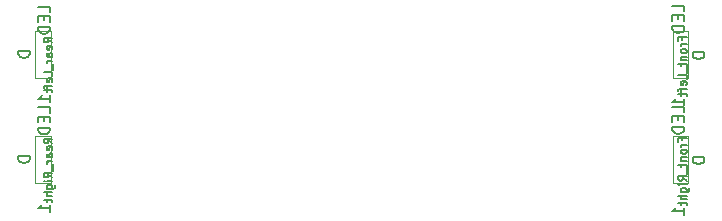
<source format=gbr>
%TF.GenerationSoftware,KiCad,Pcbnew,7.0.1*%
%TF.CreationDate,2023-05-18T02:12:42+09:00*%
%TF.ProjectId,dcc-adapter-board-kato-1.310-21mtc,6463632d-6164-4617-9074-65722d626f61,rev?*%
%TF.SameCoordinates,Original*%
%TF.FileFunction,AssemblyDrawing,Bot*%
%FSLAX46Y46*%
G04 Gerber Fmt 4.6, Leading zero omitted, Abs format (unit mm)*
G04 Created by KiCad (PCBNEW 7.0.1) date 2023-05-18 02:12:42*
%MOMM*%
%LPD*%
G01*
G04 APERTURE LIST*
%ADD10C,0.150000*%
%ADD11C,0.100000*%
G04 APERTURE END LIST*
D10*
%TO.C,LED_{Rear_Left}1*%
X65162619Y-28638095D02*
X64162619Y-28638095D01*
X64162619Y-28638095D02*
X64162619Y-28876190D01*
X64162619Y-28876190D02*
X64210238Y-29019047D01*
X64210238Y-29019047D02*
X64305476Y-29114285D01*
X64305476Y-29114285D02*
X64400714Y-29161904D01*
X64400714Y-29161904D02*
X64591190Y-29209523D01*
X64591190Y-29209523D02*
X64734047Y-29209523D01*
X64734047Y-29209523D02*
X64924523Y-29161904D01*
X64924523Y-29161904D02*
X65019761Y-29114285D01*
X65019761Y-29114285D02*
X65115000Y-29019047D01*
X65115000Y-29019047D02*
X65162619Y-28876190D01*
X65162619Y-28876190D02*
X65162619Y-28638095D01*
X66862619Y-25347619D02*
X66862619Y-24871429D01*
X66862619Y-24871429D02*
X65862619Y-24871429D01*
X66338809Y-25680953D02*
X66338809Y-26014286D01*
X66862619Y-26157143D02*
X66862619Y-25680953D01*
X66862619Y-25680953D02*
X65862619Y-25680953D01*
X65862619Y-25680953D02*
X65862619Y-26157143D01*
X66862619Y-26585715D02*
X65862619Y-26585715D01*
X65862619Y-26585715D02*
X65862619Y-26823810D01*
X65862619Y-26823810D02*
X65910238Y-26966667D01*
X65910238Y-26966667D02*
X66005476Y-27061905D01*
X66005476Y-27061905D02*
X66100714Y-27109524D01*
X66100714Y-27109524D02*
X66291190Y-27157143D01*
X66291190Y-27157143D02*
X66434047Y-27157143D01*
X66434047Y-27157143D02*
X66624523Y-27109524D01*
X66624523Y-27109524D02*
X66719761Y-27061905D01*
X66719761Y-27061905D02*
X66815000Y-26966667D01*
X66815000Y-26966667D02*
X66862619Y-26823810D01*
X66862619Y-26823810D02*
X66862619Y-26585715D01*
X67058333Y-27914286D02*
X66725000Y-27680953D01*
X67058333Y-27514286D02*
X66358333Y-27514286D01*
X66358333Y-27514286D02*
X66358333Y-27780953D01*
X66358333Y-27780953D02*
X66391666Y-27847620D01*
X66391666Y-27847620D02*
X66425000Y-27880953D01*
X66425000Y-27880953D02*
X66491666Y-27914286D01*
X66491666Y-27914286D02*
X66591666Y-27914286D01*
X66591666Y-27914286D02*
X66658333Y-27880953D01*
X66658333Y-27880953D02*
X66691666Y-27847620D01*
X66691666Y-27847620D02*
X66725000Y-27780953D01*
X66725000Y-27780953D02*
X66725000Y-27514286D01*
X67025000Y-28480953D02*
X67058333Y-28414286D01*
X67058333Y-28414286D02*
X67058333Y-28280953D01*
X67058333Y-28280953D02*
X67025000Y-28214286D01*
X67025000Y-28214286D02*
X66958333Y-28180953D01*
X66958333Y-28180953D02*
X66691666Y-28180953D01*
X66691666Y-28180953D02*
X66625000Y-28214286D01*
X66625000Y-28214286D02*
X66591666Y-28280953D01*
X66591666Y-28280953D02*
X66591666Y-28414286D01*
X66591666Y-28414286D02*
X66625000Y-28480953D01*
X66625000Y-28480953D02*
X66691666Y-28514286D01*
X66691666Y-28514286D02*
X66758333Y-28514286D01*
X66758333Y-28514286D02*
X66825000Y-28180953D01*
X67058333Y-29114286D02*
X66691666Y-29114286D01*
X66691666Y-29114286D02*
X66625000Y-29080953D01*
X66625000Y-29080953D02*
X66591666Y-29014286D01*
X66591666Y-29014286D02*
X66591666Y-28880953D01*
X66591666Y-28880953D02*
X66625000Y-28814286D01*
X67025000Y-29114286D02*
X67058333Y-29047620D01*
X67058333Y-29047620D02*
X67058333Y-28880953D01*
X67058333Y-28880953D02*
X67025000Y-28814286D01*
X67025000Y-28814286D02*
X66958333Y-28780953D01*
X66958333Y-28780953D02*
X66891666Y-28780953D01*
X66891666Y-28780953D02*
X66825000Y-28814286D01*
X66825000Y-28814286D02*
X66791666Y-28880953D01*
X66791666Y-28880953D02*
X66791666Y-29047620D01*
X66791666Y-29047620D02*
X66758333Y-29114286D01*
X67058333Y-29447619D02*
X66591666Y-29447619D01*
X66725000Y-29447619D02*
X66658333Y-29480953D01*
X66658333Y-29480953D02*
X66625000Y-29514286D01*
X66625000Y-29514286D02*
X66591666Y-29580953D01*
X66591666Y-29580953D02*
X66591666Y-29647619D01*
X67125000Y-29714286D02*
X67125000Y-30247619D01*
X67058333Y-30747619D02*
X67058333Y-30414285D01*
X67058333Y-30414285D02*
X66358333Y-30414285D01*
X67025000Y-31247619D02*
X67058333Y-31180952D01*
X67058333Y-31180952D02*
X67058333Y-31047619D01*
X67058333Y-31047619D02*
X67025000Y-30980952D01*
X67025000Y-30980952D02*
X66958333Y-30947619D01*
X66958333Y-30947619D02*
X66691666Y-30947619D01*
X66691666Y-30947619D02*
X66625000Y-30980952D01*
X66625000Y-30980952D02*
X66591666Y-31047619D01*
X66591666Y-31047619D02*
X66591666Y-31180952D01*
X66591666Y-31180952D02*
X66625000Y-31247619D01*
X66625000Y-31247619D02*
X66691666Y-31280952D01*
X66691666Y-31280952D02*
X66758333Y-31280952D01*
X66758333Y-31280952D02*
X66825000Y-30947619D01*
X66591666Y-31480952D02*
X66591666Y-31747619D01*
X67058333Y-31580952D02*
X66458333Y-31580952D01*
X66458333Y-31580952D02*
X66391666Y-31614286D01*
X66391666Y-31614286D02*
X66358333Y-31680952D01*
X66358333Y-31680952D02*
X66358333Y-31747619D01*
X66591666Y-31880952D02*
X66591666Y-32147619D01*
X66358333Y-31980952D02*
X66958333Y-31980952D01*
X66958333Y-31980952D02*
X67025000Y-32014286D01*
X67025000Y-32014286D02*
X67058333Y-32080952D01*
X67058333Y-32080952D02*
X67058333Y-32147619D01*
X66862619Y-32976190D02*
X66862619Y-32404762D01*
X66862619Y-32690476D02*
X65862619Y-32690476D01*
X65862619Y-32690476D02*
X66005476Y-32595238D01*
X66005476Y-32595238D02*
X66100714Y-32500000D01*
X66100714Y-32500000D02*
X66148333Y-32404762D01*
%TO.C,LED_{Front_Left}1*%
X122262619Y-28738095D02*
X121262619Y-28738095D01*
X121262619Y-28738095D02*
X121262619Y-28976190D01*
X121262619Y-28976190D02*
X121310238Y-29119047D01*
X121310238Y-29119047D02*
X121405476Y-29214285D01*
X121405476Y-29214285D02*
X121500714Y-29261904D01*
X121500714Y-29261904D02*
X121691190Y-29309523D01*
X121691190Y-29309523D02*
X121834047Y-29309523D01*
X121834047Y-29309523D02*
X122024523Y-29261904D01*
X122024523Y-29261904D02*
X122119761Y-29214285D01*
X122119761Y-29214285D02*
X122215000Y-29119047D01*
X122215000Y-29119047D02*
X122262619Y-28976190D01*
X122262619Y-28976190D02*
X122262619Y-28738095D01*
X120562619Y-25280952D02*
X120562619Y-24804762D01*
X120562619Y-24804762D02*
X119562619Y-24804762D01*
X120038809Y-25614286D02*
X120038809Y-25947619D01*
X120562619Y-26090476D02*
X120562619Y-25614286D01*
X120562619Y-25614286D02*
X119562619Y-25614286D01*
X119562619Y-25614286D02*
X119562619Y-26090476D01*
X120562619Y-26519048D02*
X119562619Y-26519048D01*
X119562619Y-26519048D02*
X119562619Y-26757143D01*
X119562619Y-26757143D02*
X119610238Y-26900000D01*
X119610238Y-26900000D02*
X119705476Y-26995238D01*
X119705476Y-26995238D02*
X119800714Y-27042857D01*
X119800714Y-27042857D02*
X119991190Y-27090476D01*
X119991190Y-27090476D02*
X120134047Y-27090476D01*
X120134047Y-27090476D02*
X120324523Y-27042857D01*
X120324523Y-27042857D02*
X120419761Y-26995238D01*
X120419761Y-26995238D02*
X120515000Y-26900000D01*
X120515000Y-26900000D02*
X120562619Y-26757143D01*
X120562619Y-26757143D02*
X120562619Y-26519048D01*
X120391666Y-27680953D02*
X120391666Y-27447619D01*
X120758333Y-27447619D02*
X120058333Y-27447619D01*
X120058333Y-27447619D02*
X120058333Y-27780953D01*
X120758333Y-28047619D02*
X120291666Y-28047619D01*
X120425000Y-28047619D02*
X120358333Y-28080953D01*
X120358333Y-28080953D02*
X120325000Y-28114286D01*
X120325000Y-28114286D02*
X120291666Y-28180953D01*
X120291666Y-28180953D02*
X120291666Y-28247619D01*
X120758333Y-28580952D02*
X120725000Y-28514286D01*
X120725000Y-28514286D02*
X120691666Y-28480952D01*
X120691666Y-28480952D02*
X120625000Y-28447619D01*
X120625000Y-28447619D02*
X120425000Y-28447619D01*
X120425000Y-28447619D02*
X120358333Y-28480952D01*
X120358333Y-28480952D02*
X120325000Y-28514286D01*
X120325000Y-28514286D02*
X120291666Y-28580952D01*
X120291666Y-28580952D02*
X120291666Y-28680952D01*
X120291666Y-28680952D02*
X120325000Y-28747619D01*
X120325000Y-28747619D02*
X120358333Y-28780952D01*
X120358333Y-28780952D02*
X120425000Y-28814286D01*
X120425000Y-28814286D02*
X120625000Y-28814286D01*
X120625000Y-28814286D02*
X120691666Y-28780952D01*
X120691666Y-28780952D02*
X120725000Y-28747619D01*
X120725000Y-28747619D02*
X120758333Y-28680952D01*
X120758333Y-28680952D02*
X120758333Y-28580952D01*
X120291666Y-29114285D02*
X120758333Y-29114285D01*
X120358333Y-29114285D02*
X120325000Y-29147619D01*
X120325000Y-29147619D02*
X120291666Y-29214285D01*
X120291666Y-29214285D02*
X120291666Y-29314285D01*
X120291666Y-29314285D02*
X120325000Y-29380952D01*
X120325000Y-29380952D02*
X120391666Y-29414285D01*
X120391666Y-29414285D02*
X120758333Y-29414285D01*
X120291666Y-29647618D02*
X120291666Y-29914285D01*
X120058333Y-29747618D02*
X120658333Y-29747618D01*
X120658333Y-29747618D02*
X120725000Y-29780952D01*
X120725000Y-29780952D02*
X120758333Y-29847618D01*
X120758333Y-29847618D02*
X120758333Y-29914285D01*
X120825000Y-29980952D02*
X120825000Y-30514285D01*
X120758333Y-31014285D02*
X120758333Y-30680951D01*
X120758333Y-30680951D02*
X120058333Y-30680951D01*
X120725000Y-31514285D02*
X120758333Y-31447618D01*
X120758333Y-31447618D02*
X120758333Y-31314285D01*
X120758333Y-31314285D02*
X120725000Y-31247618D01*
X120725000Y-31247618D02*
X120658333Y-31214285D01*
X120658333Y-31214285D02*
X120391666Y-31214285D01*
X120391666Y-31214285D02*
X120325000Y-31247618D01*
X120325000Y-31247618D02*
X120291666Y-31314285D01*
X120291666Y-31314285D02*
X120291666Y-31447618D01*
X120291666Y-31447618D02*
X120325000Y-31514285D01*
X120325000Y-31514285D02*
X120391666Y-31547618D01*
X120391666Y-31547618D02*
X120458333Y-31547618D01*
X120458333Y-31547618D02*
X120525000Y-31214285D01*
X120291666Y-31747618D02*
X120291666Y-32014285D01*
X120758333Y-31847618D02*
X120158333Y-31847618D01*
X120158333Y-31847618D02*
X120091666Y-31880952D01*
X120091666Y-31880952D02*
X120058333Y-31947618D01*
X120058333Y-31947618D02*
X120058333Y-32014285D01*
X120291666Y-32147618D02*
X120291666Y-32414285D01*
X120058333Y-32247618D02*
X120658333Y-32247618D01*
X120658333Y-32247618D02*
X120725000Y-32280952D01*
X120725000Y-32280952D02*
X120758333Y-32347618D01*
X120758333Y-32347618D02*
X120758333Y-32414285D01*
X120562619Y-33242856D02*
X120562619Y-32671428D01*
X120562619Y-32957142D02*
X119562619Y-32957142D01*
X119562619Y-32957142D02*
X119705476Y-32861904D01*
X119705476Y-32861904D02*
X119800714Y-32766666D01*
X119800714Y-32766666D02*
X119848333Y-32671428D01*
%TO.C,LED_{Front_Right}1*%
X122262619Y-37638095D02*
X121262619Y-37638095D01*
X121262619Y-37638095D02*
X121262619Y-37876190D01*
X121262619Y-37876190D02*
X121310238Y-38019047D01*
X121310238Y-38019047D02*
X121405476Y-38114285D01*
X121405476Y-38114285D02*
X121500714Y-38161904D01*
X121500714Y-38161904D02*
X121691190Y-38209523D01*
X121691190Y-38209523D02*
X121834047Y-38209523D01*
X121834047Y-38209523D02*
X122024523Y-38161904D01*
X122024523Y-38161904D02*
X122119761Y-38114285D01*
X122119761Y-38114285D02*
X122215000Y-38019047D01*
X122215000Y-38019047D02*
X122262619Y-37876190D01*
X122262619Y-37876190D02*
X122262619Y-37638095D01*
X120562619Y-33814286D02*
X120562619Y-33338096D01*
X120562619Y-33338096D02*
X119562619Y-33338096D01*
X120038809Y-34147620D02*
X120038809Y-34480953D01*
X120562619Y-34623810D02*
X120562619Y-34147620D01*
X120562619Y-34147620D02*
X119562619Y-34147620D01*
X119562619Y-34147620D02*
X119562619Y-34623810D01*
X120562619Y-35052382D02*
X119562619Y-35052382D01*
X119562619Y-35052382D02*
X119562619Y-35290477D01*
X119562619Y-35290477D02*
X119610238Y-35433334D01*
X119610238Y-35433334D02*
X119705476Y-35528572D01*
X119705476Y-35528572D02*
X119800714Y-35576191D01*
X119800714Y-35576191D02*
X119991190Y-35623810D01*
X119991190Y-35623810D02*
X120134047Y-35623810D01*
X120134047Y-35623810D02*
X120324523Y-35576191D01*
X120324523Y-35576191D02*
X120419761Y-35528572D01*
X120419761Y-35528572D02*
X120515000Y-35433334D01*
X120515000Y-35433334D02*
X120562619Y-35290477D01*
X120562619Y-35290477D02*
X120562619Y-35052382D01*
X120391666Y-36214287D02*
X120391666Y-35980953D01*
X120758333Y-35980953D02*
X120058333Y-35980953D01*
X120058333Y-35980953D02*
X120058333Y-36314287D01*
X120758333Y-36580953D02*
X120291666Y-36580953D01*
X120425000Y-36580953D02*
X120358333Y-36614287D01*
X120358333Y-36614287D02*
X120325000Y-36647620D01*
X120325000Y-36647620D02*
X120291666Y-36714287D01*
X120291666Y-36714287D02*
X120291666Y-36780953D01*
X120758333Y-37114286D02*
X120725000Y-37047620D01*
X120725000Y-37047620D02*
X120691666Y-37014286D01*
X120691666Y-37014286D02*
X120625000Y-36980953D01*
X120625000Y-36980953D02*
X120425000Y-36980953D01*
X120425000Y-36980953D02*
X120358333Y-37014286D01*
X120358333Y-37014286D02*
X120325000Y-37047620D01*
X120325000Y-37047620D02*
X120291666Y-37114286D01*
X120291666Y-37114286D02*
X120291666Y-37214286D01*
X120291666Y-37214286D02*
X120325000Y-37280953D01*
X120325000Y-37280953D02*
X120358333Y-37314286D01*
X120358333Y-37314286D02*
X120425000Y-37347620D01*
X120425000Y-37347620D02*
X120625000Y-37347620D01*
X120625000Y-37347620D02*
X120691666Y-37314286D01*
X120691666Y-37314286D02*
X120725000Y-37280953D01*
X120725000Y-37280953D02*
X120758333Y-37214286D01*
X120758333Y-37214286D02*
X120758333Y-37114286D01*
X120291666Y-37647619D02*
X120758333Y-37647619D01*
X120358333Y-37647619D02*
X120325000Y-37680953D01*
X120325000Y-37680953D02*
X120291666Y-37747619D01*
X120291666Y-37747619D02*
X120291666Y-37847619D01*
X120291666Y-37847619D02*
X120325000Y-37914286D01*
X120325000Y-37914286D02*
X120391666Y-37947619D01*
X120391666Y-37947619D02*
X120758333Y-37947619D01*
X120291666Y-38180952D02*
X120291666Y-38447619D01*
X120058333Y-38280952D02*
X120658333Y-38280952D01*
X120658333Y-38280952D02*
X120725000Y-38314286D01*
X120725000Y-38314286D02*
X120758333Y-38380952D01*
X120758333Y-38380952D02*
X120758333Y-38447619D01*
X120825000Y-38514286D02*
X120825000Y-39047619D01*
X120758333Y-39614285D02*
X120425000Y-39380952D01*
X120758333Y-39214285D02*
X120058333Y-39214285D01*
X120058333Y-39214285D02*
X120058333Y-39480952D01*
X120058333Y-39480952D02*
X120091666Y-39547619D01*
X120091666Y-39547619D02*
X120125000Y-39580952D01*
X120125000Y-39580952D02*
X120191666Y-39614285D01*
X120191666Y-39614285D02*
X120291666Y-39614285D01*
X120291666Y-39614285D02*
X120358333Y-39580952D01*
X120358333Y-39580952D02*
X120391666Y-39547619D01*
X120391666Y-39547619D02*
X120425000Y-39480952D01*
X120425000Y-39480952D02*
X120425000Y-39214285D01*
X120758333Y-39914285D02*
X120291666Y-39914285D01*
X120058333Y-39914285D02*
X120091666Y-39880952D01*
X120091666Y-39880952D02*
X120125000Y-39914285D01*
X120125000Y-39914285D02*
X120091666Y-39947619D01*
X120091666Y-39947619D02*
X120058333Y-39914285D01*
X120058333Y-39914285D02*
X120125000Y-39914285D01*
X120291666Y-40547618D02*
X120858333Y-40547618D01*
X120858333Y-40547618D02*
X120925000Y-40514285D01*
X120925000Y-40514285D02*
X120958333Y-40480952D01*
X120958333Y-40480952D02*
X120991666Y-40414285D01*
X120991666Y-40414285D02*
X120991666Y-40314285D01*
X120991666Y-40314285D02*
X120958333Y-40247618D01*
X120725000Y-40547618D02*
X120758333Y-40480952D01*
X120758333Y-40480952D02*
X120758333Y-40347618D01*
X120758333Y-40347618D02*
X120725000Y-40280952D01*
X120725000Y-40280952D02*
X120691666Y-40247618D01*
X120691666Y-40247618D02*
X120625000Y-40214285D01*
X120625000Y-40214285D02*
X120425000Y-40214285D01*
X120425000Y-40214285D02*
X120358333Y-40247618D01*
X120358333Y-40247618D02*
X120325000Y-40280952D01*
X120325000Y-40280952D02*
X120291666Y-40347618D01*
X120291666Y-40347618D02*
X120291666Y-40480952D01*
X120291666Y-40480952D02*
X120325000Y-40547618D01*
X120758333Y-40880951D02*
X120058333Y-40880951D01*
X120758333Y-41180951D02*
X120391666Y-41180951D01*
X120391666Y-41180951D02*
X120325000Y-41147618D01*
X120325000Y-41147618D02*
X120291666Y-41080951D01*
X120291666Y-41080951D02*
X120291666Y-40980951D01*
X120291666Y-40980951D02*
X120325000Y-40914285D01*
X120325000Y-40914285D02*
X120358333Y-40880951D01*
X120291666Y-41414284D02*
X120291666Y-41680951D01*
X120058333Y-41514284D02*
X120658333Y-41514284D01*
X120658333Y-41514284D02*
X120725000Y-41547618D01*
X120725000Y-41547618D02*
X120758333Y-41614284D01*
X120758333Y-41614284D02*
X120758333Y-41680951D01*
X120562619Y-42509522D02*
X120562619Y-41938094D01*
X120562619Y-42223808D02*
X119562619Y-42223808D01*
X119562619Y-42223808D02*
X119705476Y-42128570D01*
X119705476Y-42128570D02*
X119800714Y-42033332D01*
X119800714Y-42033332D02*
X119848333Y-41938094D01*
%TO.C,LED_{Rear_Right}1*%
X65162619Y-37538095D02*
X64162619Y-37538095D01*
X64162619Y-37538095D02*
X64162619Y-37776190D01*
X64162619Y-37776190D02*
X64210238Y-37919047D01*
X64210238Y-37919047D02*
X64305476Y-38014285D01*
X64305476Y-38014285D02*
X64400714Y-38061904D01*
X64400714Y-38061904D02*
X64591190Y-38109523D01*
X64591190Y-38109523D02*
X64734047Y-38109523D01*
X64734047Y-38109523D02*
X64924523Y-38061904D01*
X64924523Y-38061904D02*
X65019761Y-38014285D01*
X65019761Y-38014285D02*
X65115000Y-37919047D01*
X65115000Y-37919047D02*
X65162619Y-37776190D01*
X65162619Y-37776190D02*
X65162619Y-37538095D01*
X66862619Y-33880953D02*
X66862619Y-33404763D01*
X66862619Y-33404763D02*
X65862619Y-33404763D01*
X66338809Y-34214287D02*
X66338809Y-34547620D01*
X66862619Y-34690477D02*
X66862619Y-34214287D01*
X66862619Y-34214287D02*
X65862619Y-34214287D01*
X65862619Y-34214287D02*
X65862619Y-34690477D01*
X66862619Y-35119049D02*
X65862619Y-35119049D01*
X65862619Y-35119049D02*
X65862619Y-35357144D01*
X65862619Y-35357144D02*
X65910238Y-35500001D01*
X65910238Y-35500001D02*
X66005476Y-35595239D01*
X66005476Y-35595239D02*
X66100714Y-35642858D01*
X66100714Y-35642858D02*
X66291190Y-35690477D01*
X66291190Y-35690477D02*
X66434047Y-35690477D01*
X66434047Y-35690477D02*
X66624523Y-35642858D01*
X66624523Y-35642858D02*
X66719761Y-35595239D01*
X66719761Y-35595239D02*
X66815000Y-35500001D01*
X66815000Y-35500001D02*
X66862619Y-35357144D01*
X66862619Y-35357144D02*
X66862619Y-35119049D01*
X67058333Y-36447620D02*
X66725000Y-36214287D01*
X67058333Y-36047620D02*
X66358333Y-36047620D01*
X66358333Y-36047620D02*
X66358333Y-36314287D01*
X66358333Y-36314287D02*
X66391666Y-36380954D01*
X66391666Y-36380954D02*
X66425000Y-36414287D01*
X66425000Y-36414287D02*
X66491666Y-36447620D01*
X66491666Y-36447620D02*
X66591666Y-36447620D01*
X66591666Y-36447620D02*
X66658333Y-36414287D01*
X66658333Y-36414287D02*
X66691666Y-36380954D01*
X66691666Y-36380954D02*
X66725000Y-36314287D01*
X66725000Y-36314287D02*
X66725000Y-36047620D01*
X67025000Y-37014287D02*
X67058333Y-36947620D01*
X67058333Y-36947620D02*
X67058333Y-36814287D01*
X67058333Y-36814287D02*
X67025000Y-36747620D01*
X67025000Y-36747620D02*
X66958333Y-36714287D01*
X66958333Y-36714287D02*
X66691666Y-36714287D01*
X66691666Y-36714287D02*
X66625000Y-36747620D01*
X66625000Y-36747620D02*
X66591666Y-36814287D01*
X66591666Y-36814287D02*
X66591666Y-36947620D01*
X66591666Y-36947620D02*
X66625000Y-37014287D01*
X66625000Y-37014287D02*
X66691666Y-37047620D01*
X66691666Y-37047620D02*
X66758333Y-37047620D01*
X66758333Y-37047620D02*
X66825000Y-36714287D01*
X67058333Y-37647620D02*
X66691666Y-37647620D01*
X66691666Y-37647620D02*
X66625000Y-37614287D01*
X66625000Y-37614287D02*
X66591666Y-37547620D01*
X66591666Y-37547620D02*
X66591666Y-37414287D01*
X66591666Y-37414287D02*
X66625000Y-37347620D01*
X67025000Y-37647620D02*
X67058333Y-37580954D01*
X67058333Y-37580954D02*
X67058333Y-37414287D01*
X67058333Y-37414287D02*
X67025000Y-37347620D01*
X67025000Y-37347620D02*
X66958333Y-37314287D01*
X66958333Y-37314287D02*
X66891666Y-37314287D01*
X66891666Y-37314287D02*
X66825000Y-37347620D01*
X66825000Y-37347620D02*
X66791666Y-37414287D01*
X66791666Y-37414287D02*
X66791666Y-37580954D01*
X66791666Y-37580954D02*
X66758333Y-37647620D01*
X67058333Y-37980953D02*
X66591666Y-37980953D01*
X66725000Y-37980953D02*
X66658333Y-38014287D01*
X66658333Y-38014287D02*
X66625000Y-38047620D01*
X66625000Y-38047620D02*
X66591666Y-38114287D01*
X66591666Y-38114287D02*
X66591666Y-38180953D01*
X67125000Y-38247620D02*
X67125000Y-38780953D01*
X67058333Y-39347619D02*
X66725000Y-39114286D01*
X67058333Y-38947619D02*
X66358333Y-38947619D01*
X66358333Y-38947619D02*
X66358333Y-39214286D01*
X66358333Y-39214286D02*
X66391666Y-39280953D01*
X66391666Y-39280953D02*
X66425000Y-39314286D01*
X66425000Y-39314286D02*
X66491666Y-39347619D01*
X66491666Y-39347619D02*
X66591666Y-39347619D01*
X66591666Y-39347619D02*
X66658333Y-39314286D01*
X66658333Y-39314286D02*
X66691666Y-39280953D01*
X66691666Y-39280953D02*
X66725000Y-39214286D01*
X66725000Y-39214286D02*
X66725000Y-38947619D01*
X67058333Y-39647619D02*
X66591666Y-39647619D01*
X66358333Y-39647619D02*
X66391666Y-39614286D01*
X66391666Y-39614286D02*
X66425000Y-39647619D01*
X66425000Y-39647619D02*
X66391666Y-39680953D01*
X66391666Y-39680953D02*
X66358333Y-39647619D01*
X66358333Y-39647619D02*
X66425000Y-39647619D01*
X66591666Y-40280952D02*
X67158333Y-40280952D01*
X67158333Y-40280952D02*
X67225000Y-40247619D01*
X67225000Y-40247619D02*
X67258333Y-40214286D01*
X67258333Y-40214286D02*
X67291666Y-40147619D01*
X67291666Y-40147619D02*
X67291666Y-40047619D01*
X67291666Y-40047619D02*
X67258333Y-39980952D01*
X67025000Y-40280952D02*
X67058333Y-40214286D01*
X67058333Y-40214286D02*
X67058333Y-40080952D01*
X67058333Y-40080952D02*
X67025000Y-40014286D01*
X67025000Y-40014286D02*
X66991666Y-39980952D01*
X66991666Y-39980952D02*
X66925000Y-39947619D01*
X66925000Y-39947619D02*
X66725000Y-39947619D01*
X66725000Y-39947619D02*
X66658333Y-39980952D01*
X66658333Y-39980952D02*
X66625000Y-40014286D01*
X66625000Y-40014286D02*
X66591666Y-40080952D01*
X66591666Y-40080952D02*
X66591666Y-40214286D01*
X66591666Y-40214286D02*
X66625000Y-40280952D01*
X67058333Y-40614285D02*
X66358333Y-40614285D01*
X67058333Y-40914285D02*
X66691666Y-40914285D01*
X66691666Y-40914285D02*
X66625000Y-40880952D01*
X66625000Y-40880952D02*
X66591666Y-40814285D01*
X66591666Y-40814285D02*
X66591666Y-40714285D01*
X66591666Y-40714285D02*
X66625000Y-40647619D01*
X66625000Y-40647619D02*
X66658333Y-40614285D01*
X66591666Y-41147618D02*
X66591666Y-41414285D01*
X66358333Y-41247618D02*
X66958333Y-41247618D01*
X66958333Y-41247618D02*
X67025000Y-41280952D01*
X67025000Y-41280952D02*
X67058333Y-41347618D01*
X67058333Y-41347618D02*
X67058333Y-41414285D01*
X66862619Y-42242856D02*
X66862619Y-41671428D01*
X66862619Y-41957142D02*
X65862619Y-41957142D01*
X65862619Y-41957142D02*
X66005476Y-41861904D01*
X66005476Y-41861904D02*
X66100714Y-41766666D01*
X66100714Y-41766666D02*
X66148333Y-41671428D01*
D11*
%TO.C,LED_{Rear_Left}1*%
X65580000Y-30950000D02*
X65580000Y-26950000D01*
X66930000Y-30950000D02*
X65580000Y-30950000D01*
X65580000Y-26950000D02*
X66930000Y-26950000D01*
X66930000Y-26950000D02*
X66930000Y-30950000D01*
%TO.C,LED_{Front_Left}1*%
X120920000Y-26950000D02*
X120920000Y-30950000D01*
X119570000Y-26950000D02*
X120920000Y-26950000D01*
X120920000Y-30950000D02*
X119570000Y-30950000D01*
X119570000Y-30950000D02*
X119570000Y-26950000D01*
%TO.C,LED_{Front_Right}1*%
X120920000Y-35850000D02*
X120920000Y-39850000D01*
X119570000Y-35850000D02*
X120920000Y-35850000D01*
X120920000Y-39850000D02*
X119570000Y-39850000D01*
X119570000Y-39850000D02*
X119570000Y-35850000D01*
%TO.C,LED_{Rear_Right}1*%
X65580000Y-39850000D02*
X65580000Y-35850000D01*
X66930000Y-39850000D02*
X65580000Y-39850000D01*
X65580000Y-35850000D02*
X66930000Y-35850000D01*
X66930000Y-35850000D02*
X66930000Y-39850000D01*
%TD*%
M02*

</source>
